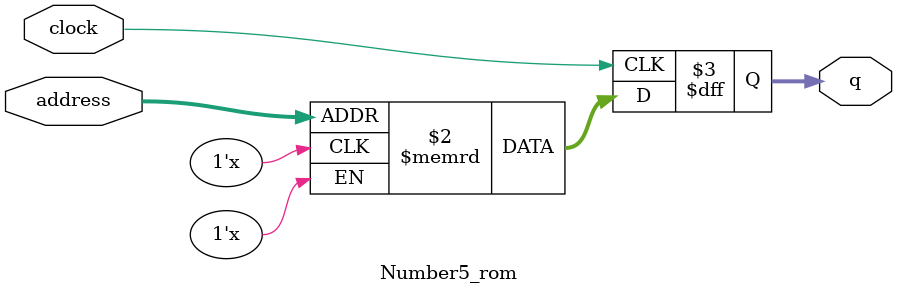
<source format=sv>
module Number5_rom (
	input logic clock,
	input logic [11:0] address,
	output logic [1:0] q
);

logic [1:0] memory [0:2499] /* synthesis ram_init_file = "./Number5/Number5.COE" */;

always_ff @ (posedge clock) begin
	q <= memory[address];
end

endmodule

</source>
